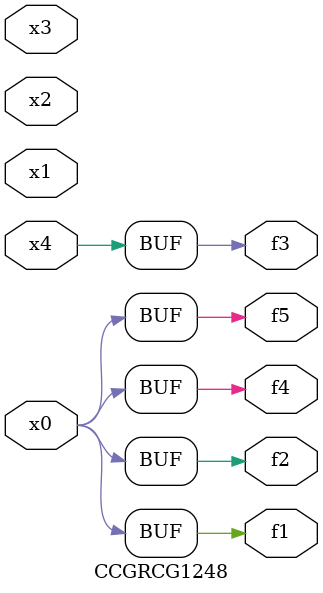
<source format=v>
module CCGRCG1248(
	input x0, x1, x2, x3, x4,
	output f1, f2, f3, f4, f5
);
	assign f1 = x0;
	assign f2 = x0;
	assign f3 = x4;
	assign f4 = x0;
	assign f5 = x0;
endmodule

</source>
